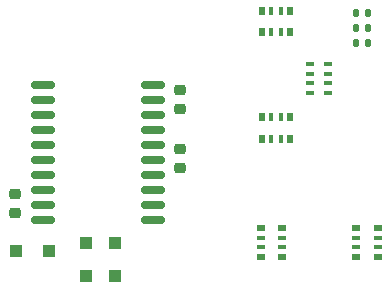
<source format=gtp>
G04 #@! TF.GenerationSoftware,KiCad,Pcbnew,6.0.1-79c1e3a40b~116~ubuntu21.04.1*
G04 #@! TF.CreationDate,2022-02-15T17:28:43-05:00*
G04 #@! TF.ProjectId,ESC_V5,4553435f-5635-42e6-9b69-6361645f7063,rev?*
G04 #@! TF.SameCoordinates,Original*
G04 #@! TF.FileFunction,Paste,Top*
G04 #@! TF.FilePolarity,Positive*
%FSLAX46Y46*%
G04 Gerber Fmt 4.6, Leading zero omitted, Abs format (unit mm)*
G04 Created by KiCad (PCBNEW 6.0.1-79c1e3a40b~116~ubuntu21.04.1) date 2022-02-15 17:28:43*
%MOMM*%
%LPD*%
G01*
G04 APERTURE LIST*
G04 Aperture macros list*
%AMRoundRect*
0 Rectangle with rounded corners*
0 $1 Rounding radius*
0 $2 $3 $4 $5 $6 $7 $8 $9 X,Y pos of 4 corners*
0 Add a 4 corners polygon primitive as box body*
4,1,4,$2,$3,$4,$5,$6,$7,$8,$9,$2,$3,0*
0 Add four circle primitives for the rounded corners*
1,1,$1+$1,$2,$3*
1,1,$1+$1,$4,$5*
1,1,$1+$1,$6,$7*
1,1,$1+$1,$8,$9*
0 Add four rect primitives between the rounded corners*
20,1,$1+$1,$2,$3,$4,$5,0*
20,1,$1+$1,$4,$5,$6,$7,0*
20,1,$1+$1,$6,$7,$8,$9,0*
20,1,$1+$1,$8,$9,$2,$3,0*%
G04 Aperture macros list end*
%ADD10RoundRect,0.218750X-0.256250X0.218750X-0.256250X-0.218750X0.256250X-0.218750X0.256250X0.218750X0*%
%ADD11RoundRect,0.218750X0.256250X-0.218750X0.256250X0.218750X-0.256250X0.218750X-0.256250X-0.218750X0*%
%ADD12RoundRect,0.147500X-0.147500X-0.172500X0.147500X-0.172500X0.147500X0.172500X-0.147500X0.172500X0*%
%ADD13R,1.100000X1.100000*%
%ADD14R,0.500000X0.800000*%
%ADD15R,0.400000X0.800000*%
%ADD16R,0.760000X0.430000*%
%ADD17R,0.800000X0.500000*%
%ADD18R,0.800000X0.400000*%
%ADD19RoundRect,0.150000X-0.875000X-0.150000X0.875000X-0.150000X0.875000X0.150000X-0.875000X0.150000X0*%
G04 APERTURE END LIST*
D10*
X138000000Y-148212500D03*
X138000000Y-149787500D03*
X138000000Y-153212500D03*
X138000000Y-154787500D03*
D11*
X124000000Y-158575000D03*
X124000000Y-157000000D03*
D12*
X152915000Y-142950000D03*
X153885000Y-142950000D03*
X152915000Y-144200000D03*
X153885000Y-144200000D03*
X152915000Y-141700000D03*
X153885000Y-141700000D03*
D13*
X130000000Y-161100000D03*
X130000000Y-163900000D03*
X132500000Y-161100000D03*
X132500000Y-163900000D03*
X126900000Y-161800000D03*
X124100000Y-161800000D03*
D14*
X147300000Y-150500000D03*
D15*
X146500000Y-150500000D03*
X145700000Y-150500000D03*
D14*
X144900000Y-150500000D03*
X144900000Y-152300000D03*
D15*
X145700000Y-152300000D03*
X146500000Y-152300000D03*
D14*
X147300000Y-152300000D03*
D16*
X149000000Y-146000000D03*
X149000000Y-146800000D03*
X149000000Y-147600000D03*
X149000000Y-148400000D03*
X150520000Y-148400000D03*
X150520000Y-147600000D03*
X150520000Y-146800000D03*
X150520000Y-146000000D03*
D17*
X144800000Y-159900000D03*
D18*
X144800000Y-160700000D03*
X144800000Y-161500000D03*
D17*
X144800000Y-162300000D03*
X146600000Y-162300000D03*
D18*
X146600000Y-161500000D03*
X146600000Y-160700000D03*
D17*
X146600000Y-159900000D03*
X154700000Y-162300000D03*
D18*
X154700000Y-161500000D03*
X154700000Y-160700000D03*
D17*
X154700000Y-159900000D03*
X152900000Y-159900000D03*
D18*
X152900000Y-160700000D03*
X152900000Y-161500000D03*
D17*
X152900000Y-162300000D03*
D14*
X147300000Y-141500000D03*
D15*
X146500000Y-141500000D03*
X145700000Y-141500000D03*
D14*
X144900000Y-141500000D03*
X144900000Y-143300000D03*
D15*
X145700000Y-143300000D03*
X146500000Y-143300000D03*
D14*
X147300000Y-143300000D03*
D19*
X126350000Y-147785000D03*
X126350000Y-149055000D03*
X126350000Y-150325000D03*
X126350000Y-151595000D03*
X126350000Y-152865000D03*
X126350000Y-154135000D03*
X126350000Y-155405000D03*
X126350000Y-156675000D03*
X126350000Y-157945000D03*
X126350000Y-159215000D03*
X135650000Y-159215000D03*
X135650000Y-157945000D03*
X135650000Y-156675000D03*
X135650000Y-155405000D03*
X135650000Y-154135000D03*
X135650000Y-152865000D03*
X135650000Y-151595000D03*
X135650000Y-150325000D03*
X135650000Y-149055000D03*
X135650000Y-147785000D03*
M02*

</source>
